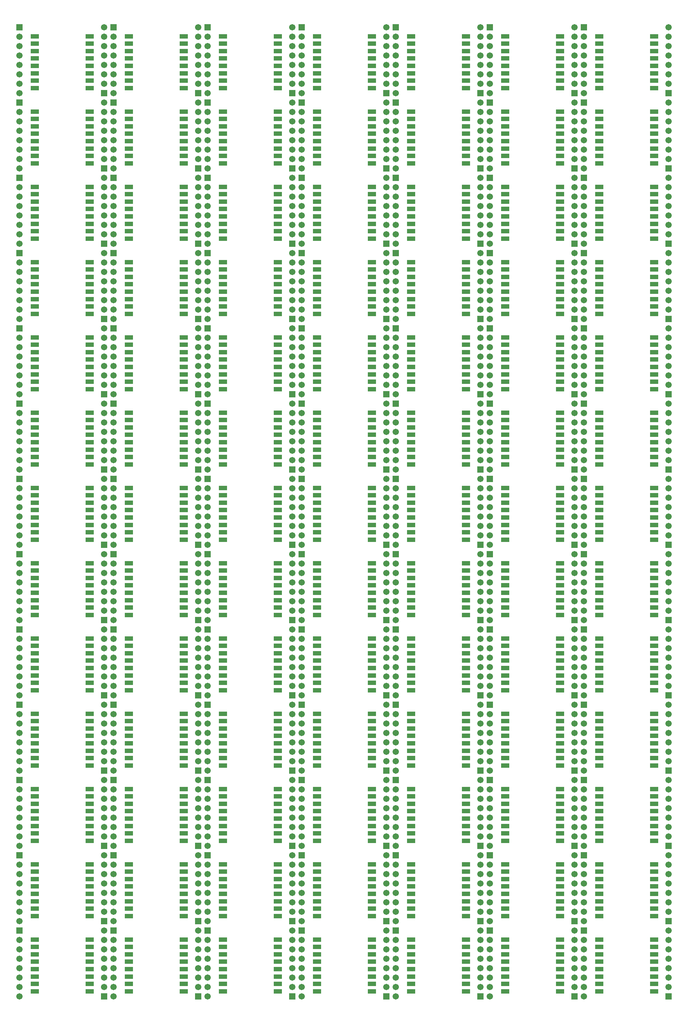
<source format=gts>
G04 Layer_Color=8388736*
%FSLAX25Y25*%
%MOIN*%
G70*
G01*
G75*
%ADD20R,0.08500X0.05000*%
%ADD21C,0.06706*%
%ADD22R,0.06706X0.06706*%
D20*
X21300Y10400D02*
D03*
Y18300D02*
D03*
Y26100D02*
D03*
Y34000D02*
D03*
Y41937D02*
D03*
Y49811D02*
D03*
Y57685D02*
D03*
Y65559D02*
D03*
X79634D02*
D03*
Y57685D02*
D03*
Y49811D02*
D03*
Y41937D02*
D03*
Y34000D02*
D03*
Y26100D02*
D03*
Y18300D02*
D03*
Y10400D02*
D03*
X79634Y90400D02*
D03*
Y98300D02*
D03*
Y106100D02*
D03*
Y114000D02*
D03*
Y121937D02*
D03*
Y129811D02*
D03*
Y137685D02*
D03*
Y145559D02*
D03*
X21300D02*
D03*
Y137685D02*
D03*
Y129811D02*
D03*
Y121937D02*
D03*
Y114000D02*
D03*
Y106100D02*
D03*
Y98300D02*
D03*
Y90400D02*
D03*
X79634Y170400D02*
D03*
Y178300D02*
D03*
Y186100D02*
D03*
Y194000D02*
D03*
Y201937D02*
D03*
Y209811D02*
D03*
Y217685D02*
D03*
Y225559D02*
D03*
X21300D02*
D03*
Y217685D02*
D03*
Y209811D02*
D03*
Y201937D02*
D03*
Y194000D02*
D03*
Y186100D02*
D03*
Y178300D02*
D03*
Y170400D02*
D03*
X79634Y250400D02*
D03*
Y258300D02*
D03*
Y266100D02*
D03*
Y274000D02*
D03*
Y281937D02*
D03*
Y289811D02*
D03*
Y297685D02*
D03*
Y305559D02*
D03*
X21300D02*
D03*
Y297685D02*
D03*
Y289811D02*
D03*
Y281937D02*
D03*
Y274000D02*
D03*
Y266100D02*
D03*
Y258300D02*
D03*
Y250400D02*
D03*
X79634Y330400D02*
D03*
Y338300D02*
D03*
Y346100D02*
D03*
Y354000D02*
D03*
Y361937D02*
D03*
Y369811D02*
D03*
Y377685D02*
D03*
Y385559D02*
D03*
X21300D02*
D03*
Y377685D02*
D03*
Y369811D02*
D03*
Y361937D02*
D03*
Y354000D02*
D03*
Y346100D02*
D03*
Y338300D02*
D03*
Y330400D02*
D03*
X79634Y410400D02*
D03*
Y418300D02*
D03*
Y426100D02*
D03*
Y434000D02*
D03*
Y441937D02*
D03*
Y449811D02*
D03*
Y457685D02*
D03*
Y465559D02*
D03*
X21300D02*
D03*
Y457685D02*
D03*
Y449811D02*
D03*
Y441937D02*
D03*
Y434000D02*
D03*
Y426100D02*
D03*
Y418300D02*
D03*
Y410400D02*
D03*
X79634Y490400D02*
D03*
Y498300D02*
D03*
Y506100D02*
D03*
Y514000D02*
D03*
Y521937D02*
D03*
Y529811D02*
D03*
Y537685D02*
D03*
Y545559D02*
D03*
X21300D02*
D03*
Y537685D02*
D03*
Y529811D02*
D03*
Y521937D02*
D03*
Y514000D02*
D03*
Y506100D02*
D03*
Y498300D02*
D03*
Y490400D02*
D03*
X79634Y570400D02*
D03*
Y578300D02*
D03*
Y586100D02*
D03*
Y594000D02*
D03*
Y601937D02*
D03*
Y609811D02*
D03*
Y617685D02*
D03*
Y625559D02*
D03*
X21300D02*
D03*
Y617685D02*
D03*
Y609811D02*
D03*
Y601937D02*
D03*
Y594000D02*
D03*
Y586100D02*
D03*
Y578300D02*
D03*
Y570400D02*
D03*
X79634Y650400D02*
D03*
Y658300D02*
D03*
Y666100D02*
D03*
Y674000D02*
D03*
Y681937D02*
D03*
Y689811D02*
D03*
Y697685D02*
D03*
Y705559D02*
D03*
X21300D02*
D03*
Y697685D02*
D03*
Y689811D02*
D03*
Y681937D02*
D03*
Y674000D02*
D03*
Y666100D02*
D03*
Y658300D02*
D03*
Y650400D02*
D03*
X79634Y730400D02*
D03*
Y738300D02*
D03*
Y746100D02*
D03*
Y754000D02*
D03*
Y761937D02*
D03*
Y769811D02*
D03*
Y777685D02*
D03*
Y785559D02*
D03*
X21300D02*
D03*
Y777685D02*
D03*
Y769811D02*
D03*
Y761937D02*
D03*
Y754000D02*
D03*
Y746100D02*
D03*
Y738300D02*
D03*
Y730400D02*
D03*
X79634Y810400D02*
D03*
Y818300D02*
D03*
Y826100D02*
D03*
Y834000D02*
D03*
Y841937D02*
D03*
Y849811D02*
D03*
Y857685D02*
D03*
Y865559D02*
D03*
X21300D02*
D03*
Y857685D02*
D03*
Y849811D02*
D03*
Y841937D02*
D03*
Y834000D02*
D03*
Y826100D02*
D03*
Y818300D02*
D03*
Y810400D02*
D03*
X79634Y890400D02*
D03*
Y898300D02*
D03*
Y906100D02*
D03*
Y914000D02*
D03*
Y921937D02*
D03*
Y929811D02*
D03*
Y937685D02*
D03*
Y945559D02*
D03*
X21300D02*
D03*
Y937685D02*
D03*
Y929811D02*
D03*
Y921937D02*
D03*
Y914000D02*
D03*
Y906100D02*
D03*
Y898300D02*
D03*
Y890400D02*
D03*
X79634Y970400D02*
D03*
Y978300D02*
D03*
Y986100D02*
D03*
Y994000D02*
D03*
Y1001937D02*
D03*
Y1009811D02*
D03*
Y1017685D02*
D03*
Y1025559D02*
D03*
X21300D02*
D03*
Y1017685D02*
D03*
Y1009811D02*
D03*
Y1001937D02*
D03*
Y994000D02*
D03*
Y986100D02*
D03*
Y978300D02*
D03*
Y970400D02*
D03*
X179634Y10400D02*
D03*
Y18300D02*
D03*
Y26100D02*
D03*
Y34000D02*
D03*
Y41937D02*
D03*
Y49811D02*
D03*
Y57685D02*
D03*
Y65559D02*
D03*
X121300D02*
D03*
Y57685D02*
D03*
Y49811D02*
D03*
Y41937D02*
D03*
Y34000D02*
D03*
Y26100D02*
D03*
Y18300D02*
D03*
Y10400D02*
D03*
X121300Y90400D02*
D03*
Y98300D02*
D03*
Y106100D02*
D03*
Y114000D02*
D03*
Y121937D02*
D03*
Y129811D02*
D03*
Y137685D02*
D03*
Y145559D02*
D03*
X179634D02*
D03*
Y137685D02*
D03*
Y129811D02*
D03*
Y121937D02*
D03*
Y114000D02*
D03*
Y106100D02*
D03*
Y98300D02*
D03*
Y90400D02*
D03*
X121300Y170400D02*
D03*
Y178300D02*
D03*
Y186100D02*
D03*
Y194000D02*
D03*
Y201937D02*
D03*
Y209811D02*
D03*
Y217685D02*
D03*
Y225559D02*
D03*
X179634D02*
D03*
Y217685D02*
D03*
Y209811D02*
D03*
Y201937D02*
D03*
Y194000D02*
D03*
Y186100D02*
D03*
Y178300D02*
D03*
Y170400D02*
D03*
X121300Y250400D02*
D03*
Y258300D02*
D03*
Y266100D02*
D03*
Y274000D02*
D03*
Y281937D02*
D03*
Y289811D02*
D03*
Y297685D02*
D03*
Y305559D02*
D03*
X179634D02*
D03*
Y297685D02*
D03*
Y289811D02*
D03*
Y281937D02*
D03*
Y274000D02*
D03*
Y266100D02*
D03*
Y258300D02*
D03*
Y250400D02*
D03*
X121300Y330400D02*
D03*
Y338300D02*
D03*
Y346100D02*
D03*
Y354000D02*
D03*
Y361937D02*
D03*
Y369811D02*
D03*
Y377685D02*
D03*
Y385559D02*
D03*
X179634D02*
D03*
Y377685D02*
D03*
Y369811D02*
D03*
Y361937D02*
D03*
Y354000D02*
D03*
Y346100D02*
D03*
Y338300D02*
D03*
Y330400D02*
D03*
X121300Y410400D02*
D03*
Y418300D02*
D03*
Y426100D02*
D03*
Y434000D02*
D03*
Y441937D02*
D03*
Y449811D02*
D03*
Y457685D02*
D03*
Y465559D02*
D03*
X179634D02*
D03*
Y457685D02*
D03*
Y449811D02*
D03*
Y441937D02*
D03*
Y434000D02*
D03*
Y426100D02*
D03*
Y418300D02*
D03*
Y410400D02*
D03*
X121300Y490400D02*
D03*
Y498300D02*
D03*
Y506100D02*
D03*
Y514000D02*
D03*
Y521937D02*
D03*
Y529811D02*
D03*
Y537685D02*
D03*
Y545559D02*
D03*
X179634D02*
D03*
Y537685D02*
D03*
Y529811D02*
D03*
Y521937D02*
D03*
Y514000D02*
D03*
Y506100D02*
D03*
Y498300D02*
D03*
Y490400D02*
D03*
X121300Y570400D02*
D03*
Y578300D02*
D03*
Y586100D02*
D03*
Y594000D02*
D03*
Y601937D02*
D03*
Y609811D02*
D03*
Y617685D02*
D03*
Y625559D02*
D03*
X179634D02*
D03*
Y617685D02*
D03*
Y609811D02*
D03*
Y601937D02*
D03*
Y594000D02*
D03*
Y586100D02*
D03*
Y578300D02*
D03*
Y570400D02*
D03*
X121300Y650400D02*
D03*
Y658300D02*
D03*
Y666100D02*
D03*
Y674000D02*
D03*
Y681937D02*
D03*
Y689811D02*
D03*
Y697685D02*
D03*
Y705559D02*
D03*
X179634D02*
D03*
Y697685D02*
D03*
Y689811D02*
D03*
Y681937D02*
D03*
Y674000D02*
D03*
Y666100D02*
D03*
Y658300D02*
D03*
Y650400D02*
D03*
X121300Y730400D02*
D03*
Y738300D02*
D03*
Y746100D02*
D03*
Y754000D02*
D03*
Y761937D02*
D03*
Y769811D02*
D03*
Y777685D02*
D03*
Y785559D02*
D03*
X179634D02*
D03*
Y777685D02*
D03*
Y769811D02*
D03*
Y761937D02*
D03*
Y754000D02*
D03*
Y746100D02*
D03*
Y738300D02*
D03*
Y730400D02*
D03*
X121300Y810400D02*
D03*
Y818300D02*
D03*
Y826100D02*
D03*
Y834000D02*
D03*
Y841937D02*
D03*
Y849811D02*
D03*
Y857685D02*
D03*
Y865559D02*
D03*
X179634D02*
D03*
Y857685D02*
D03*
Y849811D02*
D03*
Y841937D02*
D03*
Y834000D02*
D03*
Y826100D02*
D03*
Y818300D02*
D03*
Y810400D02*
D03*
X121300Y890400D02*
D03*
Y898300D02*
D03*
Y906100D02*
D03*
Y914000D02*
D03*
Y921937D02*
D03*
Y929811D02*
D03*
Y937685D02*
D03*
Y945559D02*
D03*
X179634D02*
D03*
Y937685D02*
D03*
Y929811D02*
D03*
Y921937D02*
D03*
Y914000D02*
D03*
Y906100D02*
D03*
Y898300D02*
D03*
Y890400D02*
D03*
X121300Y970400D02*
D03*
Y978300D02*
D03*
Y986100D02*
D03*
Y994000D02*
D03*
Y1001937D02*
D03*
Y1009811D02*
D03*
Y1017685D02*
D03*
Y1025559D02*
D03*
X179634D02*
D03*
Y1017685D02*
D03*
Y1009811D02*
D03*
Y1001937D02*
D03*
Y994000D02*
D03*
Y986100D02*
D03*
Y978300D02*
D03*
Y970400D02*
D03*
X279634Y10400D02*
D03*
Y18300D02*
D03*
Y26100D02*
D03*
Y34000D02*
D03*
Y41937D02*
D03*
Y49811D02*
D03*
Y57685D02*
D03*
Y65559D02*
D03*
X221300D02*
D03*
Y57685D02*
D03*
Y49811D02*
D03*
Y41937D02*
D03*
Y34000D02*
D03*
Y26100D02*
D03*
Y18300D02*
D03*
Y10400D02*
D03*
X221300Y90400D02*
D03*
Y98300D02*
D03*
Y106100D02*
D03*
Y114000D02*
D03*
Y121937D02*
D03*
Y129811D02*
D03*
Y137685D02*
D03*
Y145559D02*
D03*
X279634D02*
D03*
Y137685D02*
D03*
Y129811D02*
D03*
Y121937D02*
D03*
Y114000D02*
D03*
Y106100D02*
D03*
Y98300D02*
D03*
Y90400D02*
D03*
X221300Y170400D02*
D03*
Y178300D02*
D03*
Y186100D02*
D03*
Y194000D02*
D03*
Y201937D02*
D03*
Y209811D02*
D03*
Y217685D02*
D03*
Y225559D02*
D03*
X279634D02*
D03*
Y217685D02*
D03*
Y209811D02*
D03*
Y201937D02*
D03*
Y194000D02*
D03*
Y186100D02*
D03*
Y178300D02*
D03*
Y170400D02*
D03*
X221300Y250400D02*
D03*
Y258300D02*
D03*
Y266100D02*
D03*
Y274000D02*
D03*
Y281937D02*
D03*
Y289811D02*
D03*
Y297685D02*
D03*
Y305559D02*
D03*
X279634D02*
D03*
Y297685D02*
D03*
Y289811D02*
D03*
Y281937D02*
D03*
Y274000D02*
D03*
Y266100D02*
D03*
Y258300D02*
D03*
Y250400D02*
D03*
X221300Y330400D02*
D03*
Y338300D02*
D03*
Y346100D02*
D03*
Y354000D02*
D03*
Y361937D02*
D03*
Y369811D02*
D03*
Y377685D02*
D03*
Y385559D02*
D03*
X279634D02*
D03*
Y377685D02*
D03*
Y369811D02*
D03*
Y361937D02*
D03*
Y354000D02*
D03*
Y346100D02*
D03*
Y338300D02*
D03*
Y330400D02*
D03*
X221300Y410400D02*
D03*
Y418300D02*
D03*
Y426100D02*
D03*
Y434000D02*
D03*
Y441937D02*
D03*
Y449811D02*
D03*
Y457685D02*
D03*
Y465559D02*
D03*
X279634D02*
D03*
Y457685D02*
D03*
Y449811D02*
D03*
Y441937D02*
D03*
Y434000D02*
D03*
Y426100D02*
D03*
Y418300D02*
D03*
Y410400D02*
D03*
X221300Y490400D02*
D03*
Y498300D02*
D03*
Y506100D02*
D03*
Y514000D02*
D03*
Y521937D02*
D03*
Y529811D02*
D03*
Y537685D02*
D03*
Y545559D02*
D03*
X279634D02*
D03*
Y537685D02*
D03*
Y529811D02*
D03*
Y521937D02*
D03*
Y514000D02*
D03*
Y506100D02*
D03*
Y498300D02*
D03*
Y490400D02*
D03*
X221300Y570400D02*
D03*
Y578300D02*
D03*
Y586100D02*
D03*
Y594000D02*
D03*
Y601937D02*
D03*
Y609811D02*
D03*
Y617685D02*
D03*
Y625559D02*
D03*
X279634D02*
D03*
Y617685D02*
D03*
Y609811D02*
D03*
Y601937D02*
D03*
Y594000D02*
D03*
Y586100D02*
D03*
Y578300D02*
D03*
Y570400D02*
D03*
X221300Y650400D02*
D03*
Y658300D02*
D03*
Y666100D02*
D03*
Y674000D02*
D03*
Y681937D02*
D03*
Y689811D02*
D03*
Y697685D02*
D03*
Y705559D02*
D03*
X279634D02*
D03*
Y697685D02*
D03*
Y689811D02*
D03*
Y681937D02*
D03*
Y674000D02*
D03*
Y666100D02*
D03*
Y658300D02*
D03*
Y650400D02*
D03*
X221300Y730400D02*
D03*
Y738300D02*
D03*
Y746100D02*
D03*
Y754000D02*
D03*
Y761937D02*
D03*
Y769811D02*
D03*
Y777685D02*
D03*
Y785559D02*
D03*
X279634D02*
D03*
Y777685D02*
D03*
Y769811D02*
D03*
Y761937D02*
D03*
Y754000D02*
D03*
Y746100D02*
D03*
Y738300D02*
D03*
Y730400D02*
D03*
X221300Y810400D02*
D03*
Y818300D02*
D03*
Y826100D02*
D03*
Y834000D02*
D03*
Y841937D02*
D03*
Y849811D02*
D03*
Y857685D02*
D03*
Y865559D02*
D03*
X279634D02*
D03*
Y857685D02*
D03*
Y849811D02*
D03*
Y841937D02*
D03*
Y834000D02*
D03*
Y826100D02*
D03*
Y818300D02*
D03*
Y810400D02*
D03*
X221300Y890400D02*
D03*
Y898300D02*
D03*
Y906100D02*
D03*
Y914000D02*
D03*
Y921937D02*
D03*
Y929811D02*
D03*
Y937685D02*
D03*
Y945559D02*
D03*
X279634D02*
D03*
Y937685D02*
D03*
Y929811D02*
D03*
Y921937D02*
D03*
Y914000D02*
D03*
Y906100D02*
D03*
Y898300D02*
D03*
Y890400D02*
D03*
X221300Y970400D02*
D03*
Y978300D02*
D03*
Y986100D02*
D03*
Y994000D02*
D03*
Y1001937D02*
D03*
Y1009811D02*
D03*
Y1017685D02*
D03*
Y1025559D02*
D03*
X279634D02*
D03*
Y1017685D02*
D03*
Y1009811D02*
D03*
Y1001937D02*
D03*
Y994000D02*
D03*
Y986100D02*
D03*
Y978300D02*
D03*
Y970400D02*
D03*
X321300Y10400D02*
D03*
Y18300D02*
D03*
Y26100D02*
D03*
Y34000D02*
D03*
Y41937D02*
D03*
Y49811D02*
D03*
Y57685D02*
D03*
Y65559D02*
D03*
X379634D02*
D03*
Y57685D02*
D03*
Y49811D02*
D03*
Y41937D02*
D03*
Y34000D02*
D03*
Y26100D02*
D03*
Y18300D02*
D03*
Y10400D02*
D03*
X379634Y90400D02*
D03*
Y98300D02*
D03*
Y106100D02*
D03*
Y114000D02*
D03*
Y121937D02*
D03*
Y129811D02*
D03*
Y137685D02*
D03*
Y145559D02*
D03*
X321300D02*
D03*
Y137685D02*
D03*
Y129811D02*
D03*
Y121937D02*
D03*
Y114000D02*
D03*
Y106100D02*
D03*
Y98300D02*
D03*
Y90400D02*
D03*
X379634Y170400D02*
D03*
Y178300D02*
D03*
Y186100D02*
D03*
Y194000D02*
D03*
Y201937D02*
D03*
Y209811D02*
D03*
Y217685D02*
D03*
Y225559D02*
D03*
X321300D02*
D03*
Y217685D02*
D03*
Y209811D02*
D03*
Y201937D02*
D03*
Y194000D02*
D03*
Y186100D02*
D03*
Y178300D02*
D03*
Y170400D02*
D03*
X379634Y250400D02*
D03*
Y258300D02*
D03*
Y266100D02*
D03*
Y274000D02*
D03*
Y281937D02*
D03*
Y289811D02*
D03*
Y297685D02*
D03*
Y305559D02*
D03*
X321300D02*
D03*
Y297685D02*
D03*
Y289811D02*
D03*
Y281937D02*
D03*
Y274000D02*
D03*
Y266100D02*
D03*
Y258300D02*
D03*
Y250400D02*
D03*
X379634Y330400D02*
D03*
Y338300D02*
D03*
Y346100D02*
D03*
Y354000D02*
D03*
Y361937D02*
D03*
Y369811D02*
D03*
Y377685D02*
D03*
Y385559D02*
D03*
X321300D02*
D03*
Y377685D02*
D03*
Y369811D02*
D03*
Y361937D02*
D03*
Y354000D02*
D03*
Y346100D02*
D03*
Y338300D02*
D03*
Y330400D02*
D03*
X379634Y410400D02*
D03*
Y418300D02*
D03*
Y426100D02*
D03*
Y434000D02*
D03*
Y441937D02*
D03*
Y449811D02*
D03*
Y457685D02*
D03*
Y465559D02*
D03*
X321300D02*
D03*
Y457685D02*
D03*
Y449811D02*
D03*
Y441937D02*
D03*
Y434000D02*
D03*
Y426100D02*
D03*
Y418300D02*
D03*
Y410400D02*
D03*
X379634Y490400D02*
D03*
Y498300D02*
D03*
Y506100D02*
D03*
Y514000D02*
D03*
Y521937D02*
D03*
Y529811D02*
D03*
Y537685D02*
D03*
Y545559D02*
D03*
X321300D02*
D03*
Y537685D02*
D03*
Y529811D02*
D03*
Y521937D02*
D03*
Y514000D02*
D03*
Y506100D02*
D03*
Y498300D02*
D03*
Y490400D02*
D03*
X379634Y570400D02*
D03*
Y578300D02*
D03*
Y586100D02*
D03*
Y594000D02*
D03*
Y601937D02*
D03*
Y609811D02*
D03*
Y617685D02*
D03*
Y625559D02*
D03*
X321300D02*
D03*
Y617685D02*
D03*
Y609811D02*
D03*
Y601937D02*
D03*
Y594000D02*
D03*
Y586100D02*
D03*
Y578300D02*
D03*
Y570400D02*
D03*
X379634Y650400D02*
D03*
Y658300D02*
D03*
Y666100D02*
D03*
Y674000D02*
D03*
Y681937D02*
D03*
Y689811D02*
D03*
Y697685D02*
D03*
Y705559D02*
D03*
X321300D02*
D03*
Y697685D02*
D03*
Y689811D02*
D03*
Y681937D02*
D03*
Y674000D02*
D03*
Y666100D02*
D03*
Y658300D02*
D03*
Y650400D02*
D03*
X379634Y730400D02*
D03*
Y738300D02*
D03*
Y746100D02*
D03*
Y754000D02*
D03*
Y761937D02*
D03*
Y769811D02*
D03*
Y777685D02*
D03*
Y785559D02*
D03*
X321300D02*
D03*
Y777685D02*
D03*
Y769811D02*
D03*
Y761937D02*
D03*
Y754000D02*
D03*
Y746100D02*
D03*
Y738300D02*
D03*
Y730400D02*
D03*
X379634Y810400D02*
D03*
Y818300D02*
D03*
Y826100D02*
D03*
Y834000D02*
D03*
Y841937D02*
D03*
Y849811D02*
D03*
Y857685D02*
D03*
Y865559D02*
D03*
X321300D02*
D03*
Y857685D02*
D03*
Y849811D02*
D03*
Y841937D02*
D03*
Y834000D02*
D03*
Y826100D02*
D03*
Y818300D02*
D03*
Y810400D02*
D03*
X379634Y890400D02*
D03*
Y898300D02*
D03*
Y906100D02*
D03*
Y914000D02*
D03*
Y921937D02*
D03*
Y929811D02*
D03*
Y937685D02*
D03*
Y945559D02*
D03*
X321300D02*
D03*
Y937685D02*
D03*
Y929811D02*
D03*
Y921937D02*
D03*
Y914000D02*
D03*
Y906100D02*
D03*
Y898300D02*
D03*
Y890400D02*
D03*
X379634Y970400D02*
D03*
Y978300D02*
D03*
Y986100D02*
D03*
Y994000D02*
D03*
Y1001937D02*
D03*
Y1009811D02*
D03*
Y1017685D02*
D03*
Y1025559D02*
D03*
X321300D02*
D03*
Y1017685D02*
D03*
Y1009811D02*
D03*
Y1001937D02*
D03*
Y994000D02*
D03*
Y986100D02*
D03*
Y978300D02*
D03*
Y970400D02*
D03*
X479634Y10400D02*
D03*
Y18300D02*
D03*
Y26100D02*
D03*
Y34000D02*
D03*
Y41937D02*
D03*
Y49811D02*
D03*
Y57685D02*
D03*
Y65559D02*
D03*
X421300D02*
D03*
Y57685D02*
D03*
Y49811D02*
D03*
Y41937D02*
D03*
Y34000D02*
D03*
Y26100D02*
D03*
Y18300D02*
D03*
Y10400D02*
D03*
X421300Y90400D02*
D03*
Y98300D02*
D03*
Y106100D02*
D03*
Y114000D02*
D03*
Y121937D02*
D03*
Y129811D02*
D03*
Y137685D02*
D03*
Y145559D02*
D03*
X479634D02*
D03*
Y137685D02*
D03*
Y129811D02*
D03*
Y121937D02*
D03*
Y114000D02*
D03*
Y106100D02*
D03*
Y98300D02*
D03*
Y90400D02*
D03*
X421300Y170400D02*
D03*
Y178300D02*
D03*
Y186100D02*
D03*
Y194000D02*
D03*
Y201937D02*
D03*
Y209811D02*
D03*
Y217685D02*
D03*
Y225559D02*
D03*
X479634D02*
D03*
Y217685D02*
D03*
Y209811D02*
D03*
Y201937D02*
D03*
Y194000D02*
D03*
Y186100D02*
D03*
Y178300D02*
D03*
Y170400D02*
D03*
X421300Y250400D02*
D03*
Y258300D02*
D03*
Y266100D02*
D03*
Y274000D02*
D03*
Y281937D02*
D03*
Y289811D02*
D03*
Y297685D02*
D03*
Y305559D02*
D03*
X479634D02*
D03*
Y297685D02*
D03*
Y289811D02*
D03*
Y281937D02*
D03*
Y274000D02*
D03*
Y266100D02*
D03*
Y258300D02*
D03*
Y250400D02*
D03*
X421300Y330400D02*
D03*
Y338300D02*
D03*
Y346100D02*
D03*
Y354000D02*
D03*
Y361937D02*
D03*
Y369811D02*
D03*
Y377685D02*
D03*
Y385559D02*
D03*
X479634D02*
D03*
Y377685D02*
D03*
Y369811D02*
D03*
Y361937D02*
D03*
Y354000D02*
D03*
Y346100D02*
D03*
Y338300D02*
D03*
Y330400D02*
D03*
X421300Y410400D02*
D03*
Y418300D02*
D03*
Y426100D02*
D03*
Y434000D02*
D03*
Y441937D02*
D03*
Y449811D02*
D03*
Y457685D02*
D03*
Y465559D02*
D03*
X479634D02*
D03*
Y457685D02*
D03*
Y449811D02*
D03*
Y441937D02*
D03*
Y434000D02*
D03*
Y426100D02*
D03*
Y418300D02*
D03*
Y410400D02*
D03*
X421300Y490400D02*
D03*
Y498300D02*
D03*
Y506100D02*
D03*
Y514000D02*
D03*
Y521937D02*
D03*
Y529811D02*
D03*
Y537685D02*
D03*
Y545559D02*
D03*
X479634D02*
D03*
Y537685D02*
D03*
Y529811D02*
D03*
Y521937D02*
D03*
Y514000D02*
D03*
Y506100D02*
D03*
Y498300D02*
D03*
Y490400D02*
D03*
X421300Y570400D02*
D03*
Y578300D02*
D03*
Y586100D02*
D03*
Y594000D02*
D03*
Y601937D02*
D03*
Y609811D02*
D03*
Y617685D02*
D03*
Y625559D02*
D03*
X479634D02*
D03*
Y617685D02*
D03*
Y609811D02*
D03*
Y601937D02*
D03*
Y594000D02*
D03*
Y586100D02*
D03*
Y578300D02*
D03*
Y570400D02*
D03*
X421300Y650400D02*
D03*
Y658300D02*
D03*
Y666100D02*
D03*
Y674000D02*
D03*
Y681937D02*
D03*
Y689811D02*
D03*
Y697685D02*
D03*
Y705559D02*
D03*
X479634D02*
D03*
Y697685D02*
D03*
Y689811D02*
D03*
Y681937D02*
D03*
Y674000D02*
D03*
Y666100D02*
D03*
Y658300D02*
D03*
Y650400D02*
D03*
X421300Y730400D02*
D03*
Y738300D02*
D03*
Y746100D02*
D03*
Y754000D02*
D03*
Y761937D02*
D03*
Y769811D02*
D03*
Y777685D02*
D03*
Y785559D02*
D03*
X479634D02*
D03*
Y777685D02*
D03*
Y769811D02*
D03*
Y761937D02*
D03*
Y754000D02*
D03*
Y746100D02*
D03*
Y738300D02*
D03*
Y730400D02*
D03*
X421300Y810400D02*
D03*
Y818300D02*
D03*
Y826100D02*
D03*
Y834000D02*
D03*
Y841937D02*
D03*
Y849811D02*
D03*
Y857685D02*
D03*
Y865559D02*
D03*
X479634D02*
D03*
Y857685D02*
D03*
Y849811D02*
D03*
Y841937D02*
D03*
Y834000D02*
D03*
Y826100D02*
D03*
Y818300D02*
D03*
Y810400D02*
D03*
X421300Y890400D02*
D03*
Y898300D02*
D03*
Y906100D02*
D03*
Y914000D02*
D03*
Y921937D02*
D03*
Y929811D02*
D03*
Y937685D02*
D03*
Y945559D02*
D03*
X479634D02*
D03*
Y937685D02*
D03*
Y929811D02*
D03*
Y921937D02*
D03*
Y914000D02*
D03*
Y906100D02*
D03*
Y898300D02*
D03*
Y890400D02*
D03*
X421300Y970400D02*
D03*
Y978300D02*
D03*
Y986100D02*
D03*
Y994000D02*
D03*
Y1001937D02*
D03*
Y1009811D02*
D03*
Y1017685D02*
D03*
Y1025559D02*
D03*
X479634D02*
D03*
Y1017685D02*
D03*
Y1009811D02*
D03*
Y1001937D02*
D03*
Y994000D02*
D03*
Y986100D02*
D03*
Y978300D02*
D03*
Y970400D02*
D03*
X521300Y10400D02*
D03*
Y18300D02*
D03*
Y26100D02*
D03*
Y34000D02*
D03*
Y41937D02*
D03*
Y49811D02*
D03*
Y57685D02*
D03*
Y65559D02*
D03*
X579634D02*
D03*
Y57685D02*
D03*
Y49811D02*
D03*
Y41937D02*
D03*
Y34000D02*
D03*
Y26100D02*
D03*
Y18300D02*
D03*
Y10400D02*
D03*
X579634Y90400D02*
D03*
Y98300D02*
D03*
Y106100D02*
D03*
Y114000D02*
D03*
Y121937D02*
D03*
Y129811D02*
D03*
Y137685D02*
D03*
Y145559D02*
D03*
X521300D02*
D03*
Y137685D02*
D03*
Y129811D02*
D03*
Y121937D02*
D03*
Y114000D02*
D03*
Y106100D02*
D03*
Y98300D02*
D03*
Y90400D02*
D03*
X579634Y170400D02*
D03*
Y178300D02*
D03*
Y186100D02*
D03*
Y194000D02*
D03*
Y201937D02*
D03*
Y209811D02*
D03*
Y217685D02*
D03*
Y225559D02*
D03*
X521300D02*
D03*
Y217685D02*
D03*
Y209811D02*
D03*
Y201937D02*
D03*
Y194000D02*
D03*
Y186100D02*
D03*
Y178300D02*
D03*
Y170400D02*
D03*
X579634Y250400D02*
D03*
Y258300D02*
D03*
Y266100D02*
D03*
Y274000D02*
D03*
Y281937D02*
D03*
Y289811D02*
D03*
Y297685D02*
D03*
Y305559D02*
D03*
X521300D02*
D03*
Y297685D02*
D03*
Y289811D02*
D03*
Y281937D02*
D03*
Y274000D02*
D03*
Y266100D02*
D03*
Y258300D02*
D03*
Y250400D02*
D03*
X579634Y330400D02*
D03*
Y338300D02*
D03*
Y346100D02*
D03*
Y354000D02*
D03*
Y361937D02*
D03*
Y369811D02*
D03*
Y377685D02*
D03*
Y385559D02*
D03*
X521300D02*
D03*
Y377685D02*
D03*
Y369811D02*
D03*
Y361937D02*
D03*
Y354000D02*
D03*
Y346100D02*
D03*
Y338300D02*
D03*
Y330400D02*
D03*
X579634Y410400D02*
D03*
Y418300D02*
D03*
Y426100D02*
D03*
Y434000D02*
D03*
Y441937D02*
D03*
Y449811D02*
D03*
Y457685D02*
D03*
Y465559D02*
D03*
X521300D02*
D03*
Y457685D02*
D03*
Y449811D02*
D03*
Y441937D02*
D03*
Y434000D02*
D03*
Y426100D02*
D03*
Y418300D02*
D03*
Y410400D02*
D03*
X579634Y490400D02*
D03*
Y498300D02*
D03*
Y506100D02*
D03*
Y514000D02*
D03*
Y521937D02*
D03*
Y529811D02*
D03*
Y537685D02*
D03*
Y545559D02*
D03*
X521300D02*
D03*
Y537685D02*
D03*
Y529811D02*
D03*
Y521937D02*
D03*
Y514000D02*
D03*
Y506100D02*
D03*
Y498300D02*
D03*
Y490400D02*
D03*
X579634Y570400D02*
D03*
Y578300D02*
D03*
Y586100D02*
D03*
Y594000D02*
D03*
Y601937D02*
D03*
Y609811D02*
D03*
Y617685D02*
D03*
Y625559D02*
D03*
X521300D02*
D03*
Y617685D02*
D03*
Y609811D02*
D03*
Y601937D02*
D03*
Y594000D02*
D03*
Y586100D02*
D03*
Y578300D02*
D03*
Y570400D02*
D03*
X579634Y650400D02*
D03*
Y658300D02*
D03*
Y666100D02*
D03*
Y674000D02*
D03*
Y681937D02*
D03*
Y689811D02*
D03*
Y697685D02*
D03*
Y705559D02*
D03*
X521300D02*
D03*
Y697685D02*
D03*
Y689811D02*
D03*
Y681937D02*
D03*
Y674000D02*
D03*
Y666100D02*
D03*
Y658300D02*
D03*
Y650400D02*
D03*
X579634Y730400D02*
D03*
Y738300D02*
D03*
Y746100D02*
D03*
Y754000D02*
D03*
Y761937D02*
D03*
Y769811D02*
D03*
Y777685D02*
D03*
Y785559D02*
D03*
X521300D02*
D03*
Y777685D02*
D03*
Y769811D02*
D03*
Y761937D02*
D03*
Y754000D02*
D03*
Y746100D02*
D03*
Y738300D02*
D03*
Y730400D02*
D03*
X579634Y810400D02*
D03*
Y818300D02*
D03*
Y826100D02*
D03*
Y834000D02*
D03*
Y841937D02*
D03*
Y849811D02*
D03*
Y857685D02*
D03*
Y865559D02*
D03*
X521300D02*
D03*
Y857685D02*
D03*
Y849811D02*
D03*
Y841937D02*
D03*
Y834000D02*
D03*
Y826100D02*
D03*
Y818300D02*
D03*
Y810400D02*
D03*
X579634Y890400D02*
D03*
Y898300D02*
D03*
Y906100D02*
D03*
Y914000D02*
D03*
Y921937D02*
D03*
Y929811D02*
D03*
Y937685D02*
D03*
Y945559D02*
D03*
X521300D02*
D03*
Y937685D02*
D03*
Y929811D02*
D03*
Y921937D02*
D03*
Y914000D02*
D03*
Y906100D02*
D03*
Y898300D02*
D03*
Y890400D02*
D03*
X579634Y970400D02*
D03*
Y978300D02*
D03*
Y986100D02*
D03*
Y994000D02*
D03*
Y1001937D02*
D03*
Y1009811D02*
D03*
Y1017685D02*
D03*
Y1025559D02*
D03*
X521300D02*
D03*
Y1017685D02*
D03*
Y1009811D02*
D03*
Y1001937D02*
D03*
Y994000D02*
D03*
Y986100D02*
D03*
Y978300D02*
D03*
Y970400D02*
D03*
X679634Y10400D02*
D03*
Y18300D02*
D03*
Y26100D02*
D03*
Y34000D02*
D03*
Y41937D02*
D03*
Y49811D02*
D03*
Y57685D02*
D03*
Y65559D02*
D03*
X621300D02*
D03*
Y57685D02*
D03*
Y49811D02*
D03*
Y41937D02*
D03*
Y34000D02*
D03*
Y26100D02*
D03*
Y18300D02*
D03*
Y10400D02*
D03*
X621300Y90400D02*
D03*
Y98300D02*
D03*
Y106100D02*
D03*
Y114000D02*
D03*
Y121937D02*
D03*
Y129811D02*
D03*
Y137685D02*
D03*
Y145559D02*
D03*
X679634D02*
D03*
Y137685D02*
D03*
Y129811D02*
D03*
Y121937D02*
D03*
Y114000D02*
D03*
Y106100D02*
D03*
Y98300D02*
D03*
Y90400D02*
D03*
X621300Y170400D02*
D03*
Y178300D02*
D03*
Y186100D02*
D03*
Y194000D02*
D03*
Y201937D02*
D03*
Y209811D02*
D03*
Y217685D02*
D03*
Y225559D02*
D03*
X679634D02*
D03*
Y217685D02*
D03*
Y209811D02*
D03*
Y201937D02*
D03*
Y194000D02*
D03*
Y186100D02*
D03*
Y178300D02*
D03*
Y170400D02*
D03*
X621300Y250400D02*
D03*
Y258300D02*
D03*
Y266100D02*
D03*
Y274000D02*
D03*
Y281937D02*
D03*
Y289811D02*
D03*
Y297685D02*
D03*
Y305559D02*
D03*
X679634D02*
D03*
Y297685D02*
D03*
Y289811D02*
D03*
Y281937D02*
D03*
Y274000D02*
D03*
Y266100D02*
D03*
Y258300D02*
D03*
Y250400D02*
D03*
X621300Y330400D02*
D03*
Y338300D02*
D03*
Y346100D02*
D03*
Y354000D02*
D03*
Y361937D02*
D03*
Y369811D02*
D03*
Y377685D02*
D03*
Y385559D02*
D03*
X679634D02*
D03*
Y377685D02*
D03*
Y369811D02*
D03*
Y361937D02*
D03*
Y354000D02*
D03*
Y346100D02*
D03*
Y338300D02*
D03*
Y330400D02*
D03*
X621300Y410400D02*
D03*
Y418300D02*
D03*
Y426100D02*
D03*
Y434000D02*
D03*
Y441937D02*
D03*
Y449811D02*
D03*
Y457685D02*
D03*
Y465559D02*
D03*
X679634D02*
D03*
Y457685D02*
D03*
Y449811D02*
D03*
Y441937D02*
D03*
Y434000D02*
D03*
Y426100D02*
D03*
Y418300D02*
D03*
Y410400D02*
D03*
X621300Y490400D02*
D03*
Y498300D02*
D03*
Y506100D02*
D03*
Y514000D02*
D03*
Y521937D02*
D03*
Y529811D02*
D03*
Y537685D02*
D03*
Y545559D02*
D03*
X679634D02*
D03*
Y537685D02*
D03*
Y529811D02*
D03*
Y521937D02*
D03*
Y514000D02*
D03*
Y506100D02*
D03*
Y498300D02*
D03*
Y490400D02*
D03*
X621300Y570400D02*
D03*
Y578300D02*
D03*
Y586100D02*
D03*
Y594000D02*
D03*
Y601937D02*
D03*
Y609811D02*
D03*
Y617685D02*
D03*
Y625559D02*
D03*
X679634D02*
D03*
Y617685D02*
D03*
Y609811D02*
D03*
Y601937D02*
D03*
Y594000D02*
D03*
Y586100D02*
D03*
Y578300D02*
D03*
Y570400D02*
D03*
X621300Y650400D02*
D03*
Y658300D02*
D03*
Y666100D02*
D03*
Y674000D02*
D03*
Y681937D02*
D03*
Y689811D02*
D03*
Y697685D02*
D03*
Y705559D02*
D03*
X679634D02*
D03*
Y697685D02*
D03*
Y689811D02*
D03*
Y681937D02*
D03*
Y674000D02*
D03*
Y666100D02*
D03*
Y658300D02*
D03*
Y650400D02*
D03*
X621300Y730400D02*
D03*
Y738300D02*
D03*
Y746100D02*
D03*
Y754000D02*
D03*
Y761937D02*
D03*
Y769811D02*
D03*
Y777685D02*
D03*
Y785559D02*
D03*
X679634D02*
D03*
Y777685D02*
D03*
Y769811D02*
D03*
Y761937D02*
D03*
Y754000D02*
D03*
Y746100D02*
D03*
Y738300D02*
D03*
Y730400D02*
D03*
X621300Y810400D02*
D03*
Y818300D02*
D03*
Y826100D02*
D03*
Y834000D02*
D03*
Y841937D02*
D03*
Y849811D02*
D03*
Y857685D02*
D03*
Y865559D02*
D03*
X679634D02*
D03*
Y857685D02*
D03*
Y849811D02*
D03*
Y841937D02*
D03*
Y834000D02*
D03*
Y826100D02*
D03*
Y818300D02*
D03*
Y810400D02*
D03*
X621300Y890400D02*
D03*
Y898300D02*
D03*
Y906100D02*
D03*
Y914000D02*
D03*
Y921937D02*
D03*
Y929811D02*
D03*
Y937685D02*
D03*
Y945559D02*
D03*
X679634D02*
D03*
Y937685D02*
D03*
Y929811D02*
D03*
Y921937D02*
D03*
Y914000D02*
D03*
Y906100D02*
D03*
Y898300D02*
D03*
Y890400D02*
D03*
X621300Y970400D02*
D03*
Y978300D02*
D03*
Y986100D02*
D03*
Y994000D02*
D03*
Y1001937D02*
D03*
Y1009811D02*
D03*
Y1017685D02*
D03*
Y1025559D02*
D03*
X679634D02*
D03*
Y1017685D02*
D03*
Y1009811D02*
D03*
Y1001937D02*
D03*
Y994000D02*
D03*
Y986100D02*
D03*
Y978300D02*
D03*
Y970400D02*
D03*
D21*
X5000Y5000D02*
D03*
Y15000D02*
D03*
Y25000D02*
D03*
Y35000D02*
D03*
Y45000D02*
D03*
Y55000D02*
D03*
Y65000D02*
D03*
X95000Y75000D02*
D03*
Y65000D02*
D03*
Y55000D02*
D03*
Y45000D02*
D03*
Y35000D02*
D03*
Y25000D02*
D03*
Y15000D02*
D03*
X5000Y145000D02*
D03*
Y135000D02*
D03*
Y125000D02*
D03*
Y115000D02*
D03*
Y105000D02*
D03*
Y95000D02*
D03*
Y85000D02*
D03*
X95000Y95000D02*
D03*
Y105000D02*
D03*
Y115000D02*
D03*
Y125000D02*
D03*
Y135000D02*
D03*
Y145000D02*
D03*
Y155000D02*
D03*
X5000Y225000D02*
D03*
Y215000D02*
D03*
Y205000D02*
D03*
Y195000D02*
D03*
Y185000D02*
D03*
Y175000D02*
D03*
Y165000D02*
D03*
X95000Y175000D02*
D03*
Y185000D02*
D03*
Y195000D02*
D03*
Y205000D02*
D03*
Y215000D02*
D03*
Y225000D02*
D03*
Y235000D02*
D03*
X5000Y305000D02*
D03*
Y295000D02*
D03*
Y285000D02*
D03*
Y275000D02*
D03*
Y265000D02*
D03*
Y255000D02*
D03*
Y245000D02*
D03*
X95000Y255000D02*
D03*
Y265000D02*
D03*
Y275000D02*
D03*
Y285000D02*
D03*
Y295000D02*
D03*
Y305000D02*
D03*
Y315000D02*
D03*
X5000Y385000D02*
D03*
Y375000D02*
D03*
Y365000D02*
D03*
Y355000D02*
D03*
Y345000D02*
D03*
Y335000D02*
D03*
Y325000D02*
D03*
X95000Y335000D02*
D03*
Y345000D02*
D03*
Y355000D02*
D03*
Y365000D02*
D03*
Y375000D02*
D03*
Y385000D02*
D03*
Y395000D02*
D03*
X5000Y465000D02*
D03*
Y455000D02*
D03*
Y445000D02*
D03*
Y435000D02*
D03*
Y425000D02*
D03*
Y415000D02*
D03*
Y405000D02*
D03*
X95000Y415000D02*
D03*
Y425000D02*
D03*
Y435000D02*
D03*
Y445000D02*
D03*
Y455000D02*
D03*
Y465000D02*
D03*
Y475000D02*
D03*
X5000Y545000D02*
D03*
Y535000D02*
D03*
Y525000D02*
D03*
Y515000D02*
D03*
Y505000D02*
D03*
Y495000D02*
D03*
Y485000D02*
D03*
X95000Y495000D02*
D03*
Y505000D02*
D03*
Y515000D02*
D03*
Y525000D02*
D03*
Y535000D02*
D03*
Y545000D02*
D03*
Y555000D02*
D03*
X5000Y625000D02*
D03*
Y615000D02*
D03*
Y605000D02*
D03*
Y595000D02*
D03*
Y585000D02*
D03*
Y575000D02*
D03*
Y565000D02*
D03*
X95000Y575000D02*
D03*
Y585000D02*
D03*
Y595000D02*
D03*
Y605000D02*
D03*
Y615000D02*
D03*
Y625000D02*
D03*
Y635000D02*
D03*
X5000Y705000D02*
D03*
Y695000D02*
D03*
Y685000D02*
D03*
Y675000D02*
D03*
Y665000D02*
D03*
Y655000D02*
D03*
Y645000D02*
D03*
X95000Y655000D02*
D03*
Y665000D02*
D03*
Y675000D02*
D03*
Y685000D02*
D03*
Y695000D02*
D03*
Y705000D02*
D03*
Y715000D02*
D03*
X5000Y785000D02*
D03*
Y775000D02*
D03*
Y765000D02*
D03*
Y755000D02*
D03*
Y745000D02*
D03*
Y735000D02*
D03*
Y725000D02*
D03*
X95000Y735000D02*
D03*
Y745000D02*
D03*
Y755000D02*
D03*
Y765000D02*
D03*
Y775000D02*
D03*
Y785000D02*
D03*
Y795000D02*
D03*
X5000Y865000D02*
D03*
Y855000D02*
D03*
Y845000D02*
D03*
Y835000D02*
D03*
Y825000D02*
D03*
Y815000D02*
D03*
Y805000D02*
D03*
X95000Y815000D02*
D03*
Y825000D02*
D03*
Y835000D02*
D03*
Y845000D02*
D03*
Y855000D02*
D03*
Y865000D02*
D03*
Y875000D02*
D03*
X5000Y945000D02*
D03*
Y935000D02*
D03*
Y925000D02*
D03*
Y915000D02*
D03*
Y905000D02*
D03*
Y895000D02*
D03*
Y885000D02*
D03*
X95000Y895000D02*
D03*
Y905000D02*
D03*
Y915000D02*
D03*
Y925000D02*
D03*
Y935000D02*
D03*
Y945000D02*
D03*
Y955000D02*
D03*
X5000Y1025000D02*
D03*
Y1015000D02*
D03*
Y1005000D02*
D03*
Y995000D02*
D03*
Y985000D02*
D03*
Y975000D02*
D03*
Y965000D02*
D03*
X95000Y975000D02*
D03*
Y985000D02*
D03*
Y995000D02*
D03*
Y1005000D02*
D03*
Y1015000D02*
D03*
Y1025000D02*
D03*
Y1035000D02*
D03*
X105000Y65000D02*
D03*
Y55000D02*
D03*
Y45000D02*
D03*
Y35000D02*
D03*
Y25000D02*
D03*
Y15000D02*
D03*
Y5000D02*
D03*
X105000Y85000D02*
D03*
Y95000D02*
D03*
Y105000D02*
D03*
Y115000D02*
D03*
Y125000D02*
D03*
Y135000D02*
D03*
Y145000D02*
D03*
Y165000D02*
D03*
Y175000D02*
D03*
Y185000D02*
D03*
Y195000D02*
D03*
Y205000D02*
D03*
Y215000D02*
D03*
Y225000D02*
D03*
Y245000D02*
D03*
Y255000D02*
D03*
Y265000D02*
D03*
Y275000D02*
D03*
Y285000D02*
D03*
Y295000D02*
D03*
Y305000D02*
D03*
Y325000D02*
D03*
Y335000D02*
D03*
Y345000D02*
D03*
Y355000D02*
D03*
Y365000D02*
D03*
Y375000D02*
D03*
Y385000D02*
D03*
Y405000D02*
D03*
Y415000D02*
D03*
Y425000D02*
D03*
Y435000D02*
D03*
Y445000D02*
D03*
Y455000D02*
D03*
Y465000D02*
D03*
Y485000D02*
D03*
Y495000D02*
D03*
Y505000D02*
D03*
Y515000D02*
D03*
Y525000D02*
D03*
Y535000D02*
D03*
Y545000D02*
D03*
Y565000D02*
D03*
Y575000D02*
D03*
Y585000D02*
D03*
Y595000D02*
D03*
Y605000D02*
D03*
Y615000D02*
D03*
Y625000D02*
D03*
Y645000D02*
D03*
Y655000D02*
D03*
Y665000D02*
D03*
Y675000D02*
D03*
Y685000D02*
D03*
Y695000D02*
D03*
Y705000D02*
D03*
Y725000D02*
D03*
Y735000D02*
D03*
Y745000D02*
D03*
Y755000D02*
D03*
Y765000D02*
D03*
Y775000D02*
D03*
Y785000D02*
D03*
Y805000D02*
D03*
Y815000D02*
D03*
Y825000D02*
D03*
Y835000D02*
D03*
Y845000D02*
D03*
Y855000D02*
D03*
Y865000D02*
D03*
Y885000D02*
D03*
Y895000D02*
D03*
Y905000D02*
D03*
Y915000D02*
D03*
Y925000D02*
D03*
Y935000D02*
D03*
Y945000D02*
D03*
Y965000D02*
D03*
Y975000D02*
D03*
Y985000D02*
D03*
Y995000D02*
D03*
Y1005000D02*
D03*
Y1015000D02*
D03*
Y1025000D02*
D03*
X195000Y15000D02*
D03*
Y25000D02*
D03*
Y35000D02*
D03*
Y45000D02*
D03*
Y55000D02*
D03*
Y65000D02*
D03*
Y75000D02*
D03*
X195000Y155000D02*
D03*
Y145000D02*
D03*
Y135000D02*
D03*
Y125000D02*
D03*
Y115000D02*
D03*
Y105000D02*
D03*
Y95000D02*
D03*
Y235000D02*
D03*
Y225000D02*
D03*
Y215000D02*
D03*
Y205000D02*
D03*
Y195000D02*
D03*
Y185000D02*
D03*
Y175000D02*
D03*
Y315000D02*
D03*
Y305000D02*
D03*
Y295000D02*
D03*
Y285000D02*
D03*
Y275000D02*
D03*
Y265000D02*
D03*
Y255000D02*
D03*
Y395000D02*
D03*
Y385000D02*
D03*
Y375000D02*
D03*
Y365000D02*
D03*
Y355000D02*
D03*
Y345000D02*
D03*
Y335000D02*
D03*
Y475000D02*
D03*
Y465000D02*
D03*
Y455000D02*
D03*
Y445000D02*
D03*
Y435000D02*
D03*
Y425000D02*
D03*
Y415000D02*
D03*
Y555000D02*
D03*
Y545000D02*
D03*
Y535000D02*
D03*
Y525000D02*
D03*
Y515000D02*
D03*
Y505000D02*
D03*
Y495000D02*
D03*
Y635000D02*
D03*
Y625000D02*
D03*
Y615000D02*
D03*
Y605000D02*
D03*
Y595000D02*
D03*
Y585000D02*
D03*
Y575000D02*
D03*
Y715000D02*
D03*
Y705000D02*
D03*
Y695000D02*
D03*
Y685000D02*
D03*
Y675000D02*
D03*
Y665000D02*
D03*
Y655000D02*
D03*
Y795000D02*
D03*
Y785000D02*
D03*
Y775000D02*
D03*
Y765000D02*
D03*
Y755000D02*
D03*
Y745000D02*
D03*
Y735000D02*
D03*
Y875000D02*
D03*
Y865000D02*
D03*
Y855000D02*
D03*
Y845000D02*
D03*
Y835000D02*
D03*
Y825000D02*
D03*
Y815000D02*
D03*
Y955000D02*
D03*
Y945000D02*
D03*
Y935000D02*
D03*
Y925000D02*
D03*
Y915000D02*
D03*
Y905000D02*
D03*
Y895000D02*
D03*
Y1035000D02*
D03*
Y1025000D02*
D03*
Y1015000D02*
D03*
Y1005000D02*
D03*
Y995000D02*
D03*
Y985000D02*
D03*
Y975000D02*
D03*
X205000Y65000D02*
D03*
Y55000D02*
D03*
Y45000D02*
D03*
Y35000D02*
D03*
Y25000D02*
D03*
Y15000D02*
D03*
Y5000D02*
D03*
X205000Y85000D02*
D03*
Y95000D02*
D03*
Y105000D02*
D03*
Y115000D02*
D03*
Y125000D02*
D03*
Y135000D02*
D03*
Y145000D02*
D03*
Y165000D02*
D03*
Y175000D02*
D03*
Y185000D02*
D03*
Y195000D02*
D03*
Y205000D02*
D03*
Y215000D02*
D03*
Y225000D02*
D03*
Y245000D02*
D03*
Y255000D02*
D03*
Y265000D02*
D03*
Y275000D02*
D03*
Y285000D02*
D03*
Y295000D02*
D03*
Y305000D02*
D03*
Y325000D02*
D03*
Y335000D02*
D03*
Y345000D02*
D03*
Y355000D02*
D03*
Y365000D02*
D03*
Y375000D02*
D03*
Y385000D02*
D03*
Y405000D02*
D03*
Y415000D02*
D03*
Y425000D02*
D03*
Y435000D02*
D03*
Y445000D02*
D03*
Y455000D02*
D03*
Y465000D02*
D03*
Y485000D02*
D03*
Y495000D02*
D03*
Y505000D02*
D03*
Y515000D02*
D03*
Y525000D02*
D03*
Y535000D02*
D03*
Y545000D02*
D03*
Y565000D02*
D03*
Y575000D02*
D03*
Y585000D02*
D03*
Y595000D02*
D03*
Y605000D02*
D03*
Y615000D02*
D03*
Y625000D02*
D03*
Y645000D02*
D03*
Y655000D02*
D03*
Y665000D02*
D03*
Y675000D02*
D03*
Y685000D02*
D03*
Y695000D02*
D03*
Y705000D02*
D03*
Y725000D02*
D03*
Y735000D02*
D03*
Y745000D02*
D03*
Y755000D02*
D03*
Y765000D02*
D03*
Y775000D02*
D03*
Y785000D02*
D03*
Y805000D02*
D03*
Y815000D02*
D03*
Y825000D02*
D03*
Y835000D02*
D03*
Y845000D02*
D03*
Y855000D02*
D03*
Y865000D02*
D03*
Y885000D02*
D03*
Y895000D02*
D03*
Y905000D02*
D03*
Y915000D02*
D03*
Y925000D02*
D03*
Y935000D02*
D03*
Y945000D02*
D03*
Y965000D02*
D03*
Y975000D02*
D03*
Y985000D02*
D03*
Y995000D02*
D03*
Y1005000D02*
D03*
Y1015000D02*
D03*
Y1025000D02*
D03*
X295000Y15000D02*
D03*
Y25000D02*
D03*
Y35000D02*
D03*
Y45000D02*
D03*
Y55000D02*
D03*
Y65000D02*
D03*
Y75000D02*
D03*
X295000Y155000D02*
D03*
Y145000D02*
D03*
Y135000D02*
D03*
Y125000D02*
D03*
Y115000D02*
D03*
Y105000D02*
D03*
Y95000D02*
D03*
Y235000D02*
D03*
Y225000D02*
D03*
Y215000D02*
D03*
Y205000D02*
D03*
Y195000D02*
D03*
Y185000D02*
D03*
Y175000D02*
D03*
Y315000D02*
D03*
Y305000D02*
D03*
Y295000D02*
D03*
Y285000D02*
D03*
Y275000D02*
D03*
Y265000D02*
D03*
Y255000D02*
D03*
Y395000D02*
D03*
Y385000D02*
D03*
Y375000D02*
D03*
Y365000D02*
D03*
Y355000D02*
D03*
Y345000D02*
D03*
Y335000D02*
D03*
Y475000D02*
D03*
Y465000D02*
D03*
Y455000D02*
D03*
Y445000D02*
D03*
Y435000D02*
D03*
Y425000D02*
D03*
Y415000D02*
D03*
Y555000D02*
D03*
Y545000D02*
D03*
Y535000D02*
D03*
Y525000D02*
D03*
Y515000D02*
D03*
Y505000D02*
D03*
Y495000D02*
D03*
Y635000D02*
D03*
Y625000D02*
D03*
Y615000D02*
D03*
Y605000D02*
D03*
Y595000D02*
D03*
Y585000D02*
D03*
Y575000D02*
D03*
Y715000D02*
D03*
Y705000D02*
D03*
Y695000D02*
D03*
Y685000D02*
D03*
Y675000D02*
D03*
Y665000D02*
D03*
Y655000D02*
D03*
Y795000D02*
D03*
Y785000D02*
D03*
Y775000D02*
D03*
Y765000D02*
D03*
Y755000D02*
D03*
Y745000D02*
D03*
Y735000D02*
D03*
Y875000D02*
D03*
Y865000D02*
D03*
Y855000D02*
D03*
Y845000D02*
D03*
Y835000D02*
D03*
Y825000D02*
D03*
Y815000D02*
D03*
Y955000D02*
D03*
Y945000D02*
D03*
Y935000D02*
D03*
Y925000D02*
D03*
Y915000D02*
D03*
Y905000D02*
D03*
Y895000D02*
D03*
Y1035000D02*
D03*
Y1025000D02*
D03*
Y1015000D02*
D03*
Y1005000D02*
D03*
Y995000D02*
D03*
Y985000D02*
D03*
Y975000D02*
D03*
X395000Y75000D02*
D03*
Y65000D02*
D03*
Y55000D02*
D03*
Y45000D02*
D03*
Y35000D02*
D03*
Y25000D02*
D03*
Y15000D02*
D03*
X395000Y95000D02*
D03*
Y105000D02*
D03*
Y115000D02*
D03*
Y125000D02*
D03*
Y135000D02*
D03*
Y145000D02*
D03*
Y155000D02*
D03*
Y175000D02*
D03*
Y185000D02*
D03*
Y195000D02*
D03*
Y205000D02*
D03*
Y215000D02*
D03*
Y225000D02*
D03*
Y235000D02*
D03*
Y255000D02*
D03*
Y265000D02*
D03*
Y275000D02*
D03*
Y285000D02*
D03*
Y295000D02*
D03*
Y305000D02*
D03*
Y315000D02*
D03*
Y335000D02*
D03*
Y345000D02*
D03*
Y355000D02*
D03*
Y365000D02*
D03*
Y375000D02*
D03*
Y385000D02*
D03*
Y395000D02*
D03*
Y415000D02*
D03*
Y425000D02*
D03*
Y435000D02*
D03*
Y445000D02*
D03*
Y455000D02*
D03*
Y465000D02*
D03*
Y475000D02*
D03*
Y495000D02*
D03*
Y505000D02*
D03*
Y515000D02*
D03*
Y525000D02*
D03*
Y535000D02*
D03*
Y545000D02*
D03*
Y555000D02*
D03*
Y575000D02*
D03*
Y585000D02*
D03*
Y595000D02*
D03*
Y605000D02*
D03*
Y615000D02*
D03*
Y625000D02*
D03*
Y635000D02*
D03*
Y655000D02*
D03*
Y665000D02*
D03*
Y675000D02*
D03*
Y685000D02*
D03*
Y695000D02*
D03*
Y705000D02*
D03*
Y715000D02*
D03*
Y735000D02*
D03*
Y745000D02*
D03*
Y755000D02*
D03*
Y765000D02*
D03*
Y775000D02*
D03*
Y785000D02*
D03*
Y795000D02*
D03*
Y815000D02*
D03*
Y825000D02*
D03*
Y835000D02*
D03*
Y845000D02*
D03*
Y855000D02*
D03*
Y865000D02*
D03*
Y875000D02*
D03*
Y895000D02*
D03*
Y905000D02*
D03*
Y915000D02*
D03*
Y925000D02*
D03*
Y935000D02*
D03*
Y945000D02*
D03*
Y955000D02*
D03*
Y975000D02*
D03*
Y985000D02*
D03*
Y995000D02*
D03*
Y1005000D02*
D03*
Y1015000D02*
D03*
Y1025000D02*
D03*
Y1035000D02*
D03*
X305000Y225000D02*
D03*
Y215000D02*
D03*
Y205000D02*
D03*
Y195000D02*
D03*
Y185000D02*
D03*
Y175000D02*
D03*
Y165000D02*
D03*
Y465000D02*
D03*
Y455000D02*
D03*
Y445000D02*
D03*
Y435000D02*
D03*
Y425000D02*
D03*
Y415000D02*
D03*
Y405000D02*
D03*
Y625000D02*
D03*
Y615000D02*
D03*
Y605000D02*
D03*
Y595000D02*
D03*
Y585000D02*
D03*
Y575000D02*
D03*
Y565000D02*
D03*
Y865000D02*
D03*
Y855000D02*
D03*
Y845000D02*
D03*
Y835000D02*
D03*
Y825000D02*
D03*
Y815000D02*
D03*
Y805000D02*
D03*
X305000Y5000D02*
D03*
Y15000D02*
D03*
Y25000D02*
D03*
Y35000D02*
D03*
Y45000D02*
D03*
Y55000D02*
D03*
Y65000D02*
D03*
X305000Y145000D02*
D03*
Y135000D02*
D03*
Y125000D02*
D03*
Y115000D02*
D03*
Y105000D02*
D03*
Y95000D02*
D03*
Y85000D02*
D03*
Y305000D02*
D03*
Y295000D02*
D03*
Y285000D02*
D03*
Y275000D02*
D03*
Y265000D02*
D03*
Y255000D02*
D03*
Y245000D02*
D03*
Y385000D02*
D03*
Y375000D02*
D03*
Y365000D02*
D03*
Y355000D02*
D03*
Y345000D02*
D03*
Y335000D02*
D03*
Y325000D02*
D03*
Y545000D02*
D03*
Y535000D02*
D03*
Y525000D02*
D03*
Y515000D02*
D03*
Y505000D02*
D03*
Y495000D02*
D03*
Y485000D02*
D03*
Y705000D02*
D03*
Y695000D02*
D03*
Y685000D02*
D03*
Y675000D02*
D03*
Y665000D02*
D03*
Y655000D02*
D03*
Y645000D02*
D03*
Y785000D02*
D03*
Y775000D02*
D03*
Y765000D02*
D03*
Y755000D02*
D03*
Y745000D02*
D03*
Y735000D02*
D03*
Y725000D02*
D03*
Y945000D02*
D03*
Y935000D02*
D03*
Y925000D02*
D03*
Y915000D02*
D03*
Y905000D02*
D03*
Y895000D02*
D03*
Y885000D02*
D03*
Y1025000D02*
D03*
Y1015000D02*
D03*
Y1005000D02*
D03*
Y995000D02*
D03*
Y985000D02*
D03*
Y975000D02*
D03*
Y965000D02*
D03*
X405000Y65000D02*
D03*
Y55000D02*
D03*
Y45000D02*
D03*
Y35000D02*
D03*
Y25000D02*
D03*
Y15000D02*
D03*
Y5000D02*
D03*
X405000Y85000D02*
D03*
Y95000D02*
D03*
Y105000D02*
D03*
Y115000D02*
D03*
Y125000D02*
D03*
Y135000D02*
D03*
Y145000D02*
D03*
Y165000D02*
D03*
Y175000D02*
D03*
Y185000D02*
D03*
Y195000D02*
D03*
Y205000D02*
D03*
Y215000D02*
D03*
Y225000D02*
D03*
Y245000D02*
D03*
Y255000D02*
D03*
Y265000D02*
D03*
Y275000D02*
D03*
Y285000D02*
D03*
Y295000D02*
D03*
Y305000D02*
D03*
Y325000D02*
D03*
Y335000D02*
D03*
Y345000D02*
D03*
Y355000D02*
D03*
Y365000D02*
D03*
Y375000D02*
D03*
Y385000D02*
D03*
Y405000D02*
D03*
Y415000D02*
D03*
Y425000D02*
D03*
Y435000D02*
D03*
Y445000D02*
D03*
Y455000D02*
D03*
Y465000D02*
D03*
Y485000D02*
D03*
Y495000D02*
D03*
Y505000D02*
D03*
Y515000D02*
D03*
Y525000D02*
D03*
Y535000D02*
D03*
Y545000D02*
D03*
Y565000D02*
D03*
Y575000D02*
D03*
Y585000D02*
D03*
Y595000D02*
D03*
Y605000D02*
D03*
Y615000D02*
D03*
Y625000D02*
D03*
Y645000D02*
D03*
Y655000D02*
D03*
Y665000D02*
D03*
Y675000D02*
D03*
Y685000D02*
D03*
Y695000D02*
D03*
Y705000D02*
D03*
Y725000D02*
D03*
Y735000D02*
D03*
Y745000D02*
D03*
Y755000D02*
D03*
Y765000D02*
D03*
Y775000D02*
D03*
Y785000D02*
D03*
Y805000D02*
D03*
Y815000D02*
D03*
Y825000D02*
D03*
Y835000D02*
D03*
Y845000D02*
D03*
Y855000D02*
D03*
Y865000D02*
D03*
Y885000D02*
D03*
Y895000D02*
D03*
Y905000D02*
D03*
Y915000D02*
D03*
Y925000D02*
D03*
Y935000D02*
D03*
Y945000D02*
D03*
Y965000D02*
D03*
Y975000D02*
D03*
Y985000D02*
D03*
Y995000D02*
D03*
Y1005000D02*
D03*
Y1015000D02*
D03*
Y1025000D02*
D03*
X495000Y15000D02*
D03*
Y25000D02*
D03*
Y35000D02*
D03*
Y45000D02*
D03*
Y55000D02*
D03*
Y65000D02*
D03*
Y75000D02*
D03*
X495000Y155000D02*
D03*
Y145000D02*
D03*
Y135000D02*
D03*
Y125000D02*
D03*
Y115000D02*
D03*
Y105000D02*
D03*
Y95000D02*
D03*
Y235000D02*
D03*
Y225000D02*
D03*
Y215000D02*
D03*
Y205000D02*
D03*
Y195000D02*
D03*
Y185000D02*
D03*
Y175000D02*
D03*
Y315000D02*
D03*
Y305000D02*
D03*
Y295000D02*
D03*
Y285000D02*
D03*
Y275000D02*
D03*
Y265000D02*
D03*
Y255000D02*
D03*
Y395000D02*
D03*
Y385000D02*
D03*
Y375000D02*
D03*
Y365000D02*
D03*
Y355000D02*
D03*
Y345000D02*
D03*
Y335000D02*
D03*
Y475000D02*
D03*
Y465000D02*
D03*
Y455000D02*
D03*
Y445000D02*
D03*
Y435000D02*
D03*
Y425000D02*
D03*
Y415000D02*
D03*
Y555000D02*
D03*
Y545000D02*
D03*
Y535000D02*
D03*
Y525000D02*
D03*
Y515000D02*
D03*
Y505000D02*
D03*
Y495000D02*
D03*
Y635000D02*
D03*
Y625000D02*
D03*
Y615000D02*
D03*
Y605000D02*
D03*
Y595000D02*
D03*
Y585000D02*
D03*
Y575000D02*
D03*
Y715000D02*
D03*
Y705000D02*
D03*
Y695000D02*
D03*
Y685000D02*
D03*
Y675000D02*
D03*
Y665000D02*
D03*
Y655000D02*
D03*
Y795000D02*
D03*
Y785000D02*
D03*
Y775000D02*
D03*
Y765000D02*
D03*
Y755000D02*
D03*
Y745000D02*
D03*
Y735000D02*
D03*
Y875000D02*
D03*
Y865000D02*
D03*
Y855000D02*
D03*
Y845000D02*
D03*
Y835000D02*
D03*
Y825000D02*
D03*
Y815000D02*
D03*
Y955000D02*
D03*
Y945000D02*
D03*
Y935000D02*
D03*
Y925000D02*
D03*
Y915000D02*
D03*
Y905000D02*
D03*
Y895000D02*
D03*
Y1035000D02*
D03*
Y1025000D02*
D03*
Y1015000D02*
D03*
Y1005000D02*
D03*
Y995000D02*
D03*
Y985000D02*
D03*
Y975000D02*
D03*
X595000Y75000D02*
D03*
Y65000D02*
D03*
Y55000D02*
D03*
Y45000D02*
D03*
Y35000D02*
D03*
Y25000D02*
D03*
Y15000D02*
D03*
X595000Y95000D02*
D03*
Y105000D02*
D03*
Y115000D02*
D03*
Y125000D02*
D03*
Y135000D02*
D03*
Y145000D02*
D03*
Y155000D02*
D03*
Y175000D02*
D03*
Y185000D02*
D03*
Y195000D02*
D03*
Y205000D02*
D03*
Y215000D02*
D03*
Y225000D02*
D03*
Y235000D02*
D03*
Y255000D02*
D03*
Y265000D02*
D03*
Y275000D02*
D03*
Y285000D02*
D03*
Y295000D02*
D03*
Y305000D02*
D03*
Y315000D02*
D03*
Y335000D02*
D03*
Y345000D02*
D03*
Y355000D02*
D03*
Y365000D02*
D03*
Y375000D02*
D03*
Y385000D02*
D03*
Y395000D02*
D03*
Y415000D02*
D03*
Y425000D02*
D03*
Y435000D02*
D03*
Y445000D02*
D03*
Y455000D02*
D03*
Y465000D02*
D03*
Y475000D02*
D03*
Y495000D02*
D03*
Y505000D02*
D03*
Y515000D02*
D03*
Y525000D02*
D03*
Y535000D02*
D03*
Y545000D02*
D03*
Y555000D02*
D03*
Y575000D02*
D03*
Y585000D02*
D03*
Y595000D02*
D03*
Y605000D02*
D03*
Y615000D02*
D03*
Y625000D02*
D03*
Y635000D02*
D03*
Y655000D02*
D03*
Y665000D02*
D03*
Y675000D02*
D03*
Y685000D02*
D03*
Y695000D02*
D03*
Y705000D02*
D03*
Y715000D02*
D03*
Y735000D02*
D03*
Y745000D02*
D03*
Y755000D02*
D03*
Y765000D02*
D03*
Y775000D02*
D03*
Y785000D02*
D03*
Y795000D02*
D03*
Y815000D02*
D03*
Y825000D02*
D03*
Y835000D02*
D03*
Y845000D02*
D03*
Y855000D02*
D03*
Y865000D02*
D03*
Y875000D02*
D03*
Y895000D02*
D03*
Y905000D02*
D03*
Y915000D02*
D03*
Y925000D02*
D03*
Y935000D02*
D03*
Y945000D02*
D03*
Y955000D02*
D03*
Y975000D02*
D03*
Y985000D02*
D03*
Y995000D02*
D03*
Y1005000D02*
D03*
Y1015000D02*
D03*
Y1025000D02*
D03*
Y1035000D02*
D03*
X505000Y225000D02*
D03*
Y215000D02*
D03*
Y205000D02*
D03*
Y195000D02*
D03*
Y185000D02*
D03*
Y175000D02*
D03*
Y165000D02*
D03*
Y465000D02*
D03*
Y455000D02*
D03*
Y445000D02*
D03*
Y435000D02*
D03*
Y425000D02*
D03*
Y415000D02*
D03*
Y405000D02*
D03*
Y625000D02*
D03*
Y615000D02*
D03*
Y605000D02*
D03*
Y595000D02*
D03*
Y585000D02*
D03*
Y575000D02*
D03*
Y565000D02*
D03*
Y865000D02*
D03*
Y855000D02*
D03*
Y845000D02*
D03*
Y835000D02*
D03*
Y825000D02*
D03*
Y815000D02*
D03*
Y805000D02*
D03*
X505000Y5000D02*
D03*
Y15000D02*
D03*
Y25000D02*
D03*
Y35000D02*
D03*
Y45000D02*
D03*
Y55000D02*
D03*
Y65000D02*
D03*
X505000Y145000D02*
D03*
Y135000D02*
D03*
Y125000D02*
D03*
Y115000D02*
D03*
Y105000D02*
D03*
Y95000D02*
D03*
Y85000D02*
D03*
Y305000D02*
D03*
Y295000D02*
D03*
Y285000D02*
D03*
Y275000D02*
D03*
Y265000D02*
D03*
Y255000D02*
D03*
Y245000D02*
D03*
Y385000D02*
D03*
Y375000D02*
D03*
Y365000D02*
D03*
Y355000D02*
D03*
Y345000D02*
D03*
Y335000D02*
D03*
Y325000D02*
D03*
Y545000D02*
D03*
Y535000D02*
D03*
Y525000D02*
D03*
Y515000D02*
D03*
Y505000D02*
D03*
Y495000D02*
D03*
Y485000D02*
D03*
Y705000D02*
D03*
Y695000D02*
D03*
Y685000D02*
D03*
Y675000D02*
D03*
Y665000D02*
D03*
Y655000D02*
D03*
Y645000D02*
D03*
Y785000D02*
D03*
Y775000D02*
D03*
Y765000D02*
D03*
Y755000D02*
D03*
Y745000D02*
D03*
Y735000D02*
D03*
Y725000D02*
D03*
Y945000D02*
D03*
Y935000D02*
D03*
Y925000D02*
D03*
Y915000D02*
D03*
Y905000D02*
D03*
Y895000D02*
D03*
Y885000D02*
D03*
Y1025000D02*
D03*
Y1015000D02*
D03*
Y1005000D02*
D03*
Y995000D02*
D03*
Y985000D02*
D03*
Y975000D02*
D03*
Y965000D02*
D03*
X695000Y15000D02*
D03*
Y25000D02*
D03*
Y35000D02*
D03*
Y45000D02*
D03*
Y55000D02*
D03*
Y65000D02*
D03*
Y75000D02*
D03*
X695000Y155000D02*
D03*
Y145000D02*
D03*
Y135000D02*
D03*
Y125000D02*
D03*
Y115000D02*
D03*
Y105000D02*
D03*
Y95000D02*
D03*
Y235000D02*
D03*
Y225000D02*
D03*
Y215000D02*
D03*
Y205000D02*
D03*
Y195000D02*
D03*
Y185000D02*
D03*
Y175000D02*
D03*
Y315000D02*
D03*
Y305000D02*
D03*
Y295000D02*
D03*
Y285000D02*
D03*
Y275000D02*
D03*
Y265000D02*
D03*
Y255000D02*
D03*
Y395000D02*
D03*
Y385000D02*
D03*
Y375000D02*
D03*
Y365000D02*
D03*
Y355000D02*
D03*
Y345000D02*
D03*
Y335000D02*
D03*
Y475000D02*
D03*
Y465000D02*
D03*
Y455000D02*
D03*
Y445000D02*
D03*
Y435000D02*
D03*
Y425000D02*
D03*
Y415000D02*
D03*
Y555000D02*
D03*
Y545000D02*
D03*
Y535000D02*
D03*
Y525000D02*
D03*
Y515000D02*
D03*
Y505000D02*
D03*
Y495000D02*
D03*
Y635000D02*
D03*
Y625000D02*
D03*
Y615000D02*
D03*
Y605000D02*
D03*
Y595000D02*
D03*
Y585000D02*
D03*
Y575000D02*
D03*
Y715000D02*
D03*
Y705000D02*
D03*
Y695000D02*
D03*
Y685000D02*
D03*
Y675000D02*
D03*
Y665000D02*
D03*
Y655000D02*
D03*
Y795000D02*
D03*
Y785000D02*
D03*
Y775000D02*
D03*
Y765000D02*
D03*
Y755000D02*
D03*
Y745000D02*
D03*
Y735000D02*
D03*
Y875000D02*
D03*
Y865000D02*
D03*
Y855000D02*
D03*
Y845000D02*
D03*
Y835000D02*
D03*
Y825000D02*
D03*
Y815000D02*
D03*
Y955000D02*
D03*
Y945000D02*
D03*
Y935000D02*
D03*
Y925000D02*
D03*
Y915000D02*
D03*
Y905000D02*
D03*
Y895000D02*
D03*
Y1035000D02*
D03*
Y1025000D02*
D03*
Y1015000D02*
D03*
Y1005000D02*
D03*
Y995000D02*
D03*
Y985000D02*
D03*
Y975000D02*
D03*
X605000Y165000D02*
D03*
Y175000D02*
D03*
Y185000D02*
D03*
Y195000D02*
D03*
Y205000D02*
D03*
Y215000D02*
D03*
Y225000D02*
D03*
Y405000D02*
D03*
Y415000D02*
D03*
Y425000D02*
D03*
Y435000D02*
D03*
Y445000D02*
D03*
Y455000D02*
D03*
Y465000D02*
D03*
Y565000D02*
D03*
Y575000D02*
D03*
Y585000D02*
D03*
Y595000D02*
D03*
Y605000D02*
D03*
Y615000D02*
D03*
Y625000D02*
D03*
Y805000D02*
D03*
Y815000D02*
D03*
Y825000D02*
D03*
Y835000D02*
D03*
Y845000D02*
D03*
Y855000D02*
D03*
Y865000D02*
D03*
X605000Y65000D02*
D03*
Y55000D02*
D03*
Y45000D02*
D03*
Y35000D02*
D03*
Y25000D02*
D03*
Y15000D02*
D03*
Y5000D02*
D03*
X605000Y85000D02*
D03*
Y95000D02*
D03*
Y105000D02*
D03*
Y115000D02*
D03*
Y125000D02*
D03*
Y135000D02*
D03*
Y145000D02*
D03*
Y245000D02*
D03*
Y255000D02*
D03*
Y265000D02*
D03*
Y275000D02*
D03*
Y285000D02*
D03*
Y295000D02*
D03*
Y305000D02*
D03*
Y325000D02*
D03*
Y335000D02*
D03*
Y345000D02*
D03*
Y355000D02*
D03*
Y365000D02*
D03*
Y375000D02*
D03*
Y385000D02*
D03*
Y485000D02*
D03*
Y495000D02*
D03*
Y505000D02*
D03*
Y515000D02*
D03*
Y525000D02*
D03*
Y535000D02*
D03*
Y545000D02*
D03*
Y645000D02*
D03*
Y655000D02*
D03*
Y665000D02*
D03*
Y675000D02*
D03*
Y685000D02*
D03*
Y695000D02*
D03*
Y705000D02*
D03*
Y725000D02*
D03*
Y735000D02*
D03*
Y745000D02*
D03*
Y755000D02*
D03*
Y765000D02*
D03*
Y775000D02*
D03*
Y785000D02*
D03*
Y885000D02*
D03*
Y895000D02*
D03*
Y905000D02*
D03*
Y915000D02*
D03*
Y925000D02*
D03*
Y935000D02*
D03*
Y945000D02*
D03*
Y965000D02*
D03*
Y975000D02*
D03*
Y985000D02*
D03*
Y995000D02*
D03*
Y1005000D02*
D03*
Y1015000D02*
D03*
Y1025000D02*
D03*
D22*
X5000Y75000D02*
D03*
X95000Y5000D02*
D03*
X5000Y155000D02*
D03*
X95000Y85000D02*
D03*
X5000Y235000D02*
D03*
X95000Y165000D02*
D03*
X5000Y315000D02*
D03*
X95000Y245000D02*
D03*
X5000Y395000D02*
D03*
X95000Y325000D02*
D03*
X5000Y475000D02*
D03*
X95000Y405000D02*
D03*
X5000Y555000D02*
D03*
X95000Y485000D02*
D03*
X5000Y635000D02*
D03*
X95000Y565000D02*
D03*
X5000Y715000D02*
D03*
X95000Y645000D02*
D03*
X5000Y795000D02*
D03*
X95000Y725000D02*
D03*
X5000Y875000D02*
D03*
X95000Y805000D02*
D03*
X5000Y955000D02*
D03*
X95000Y885000D02*
D03*
X5000Y1035000D02*
D03*
X95000Y965000D02*
D03*
X105000Y75000D02*
D03*
X105000Y155000D02*
D03*
Y235000D02*
D03*
Y315000D02*
D03*
Y395000D02*
D03*
Y475000D02*
D03*
Y555000D02*
D03*
Y635000D02*
D03*
Y715000D02*
D03*
Y795000D02*
D03*
Y875000D02*
D03*
Y955000D02*
D03*
Y1035000D02*
D03*
X195000Y5000D02*
D03*
X195000Y85000D02*
D03*
Y165000D02*
D03*
Y245000D02*
D03*
Y325000D02*
D03*
Y405000D02*
D03*
Y485000D02*
D03*
Y565000D02*
D03*
Y645000D02*
D03*
Y725000D02*
D03*
Y805000D02*
D03*
Y885000D02*
D03*
Y965000D02*
D03*
X205000Y75000D02*
D03*
X205000Y155000D02*
D03*
Y235000D02*
D03*
Y315000D02*
D03*
Y395000D02*
D03*
Y475000D02*
D03*
Y555000D02*
D03*
Y635000D02*
D03*
Y715000D02*
D03*
Y795000D02*
D03*
Y875000D02*
D03*
Y955000D02*
D03*
Y1035000D02*
D03*
X295000Y5000D02*
D03*
X295000Y85000D02*
D03*
Y165000D02*
D03*
Y245000D02*
D03*
Y325000D02*
D03*
Y405000D02*
D03*
Y485000D02*
D03*
Y565000D02*
D03*
Y645000D02*
D03*
Y725000D02*
D03*
Y805000D02*
D03*
Y885000D02*
D03*
Y965000D02*
D03*
X395000Y5000D02*
D03*
X395000Y85000D02*
D03*
Y165000D02*
D03*
Y245000D02*
D03*
Y325000D02*
D03*
Y405000D02*
D03*
Y485000D02*
D03*
Y565000D02*
D03*
Y645000D02*
D03*
Y725000D02*
D03*
Y805000D02*
D03*
Y885000D02*
D03*
Y965000D02*
D03*
X305000Y235000D02*
D03*
Y475000D02*
D03*
Y635000D02*
D03*
Y875000D02*
D03*
X305000Y75000D02*
D03*
X305000Y155000D02*
D03*
Y315000D02*
D03*
Y395000D02*
D03*
Y555000D02*
D03*
Y715000D02*
D03*
Y795000D02*
D03*
Y955000D02*
D03*
Y1035000D02*
D03*
X405000Y75000D02*
D03*
X405000Y155000D02*
D03*
Y235000D02*
D03*
Y315000D02*
D03*
Y395000D02*
D03*
Y475000D02*
D03*
Y555000D02*
D03*
Y635000D02*
D03*
Y715000D02*
D03*
Y795000D02*
D03*
Y875000D02*
D03*
Y955000D02*
D03*
Y1035000D02*
D03*
X495000Y5000D02*
D03*
X495000Y85000D02*
D03*
Y165000D02*
D03*
Y245000D02*
D03*
Y325000D02*
D03*
Y405000D02*
D03*
Y485000D02*
D03*
Y565000D02*
D03*
Y645000D02*
D03*
Y725000D02*
D03*
Y805000D02*
D03*
Y885000D02*
D03*
Y965000D02*
D03*
X595000Y5000D02*
D03*
X595000Y85000D02*
D03*
Y165000D02*
D03*
Y245000D02*
D03*
Y325000D02*
D03*
Y405000D02*
D03*
Y485000D02*
D03*
Y565000D02*
D03*
Y645000D02*
D03*
Y725000D02*
D03*
Y805000D02*
D03*
Y885000D02*
D03*
Y965000D02*
D03*
X505000Y235000D02*
D03*
Y475000D02*
D03*
Y635000D02*
D03*
Y875000D02*
D03*
X505000Y75000D02*
D03*
X505000Y155000D02*
D03*
Y315000D02*
D03*
Y395000D02*
D03*
Y555000D02*
D03*
Y715000D02*
D03*
Y795000D02*
D03*
Y955000D02*
D03*
Y1035000D02*
D03*
X695000Y5000D02*
D03*
X695000Y85000D02*
D03*
Y165000D02*
D03*
Y245000D02*
D03*
Y325000D02*
D03*
Y405000D02*
D03*
Y485000D02*
D03*
Y565000D02*
D03*
Y645000D02*
D03*
Y725000D02*
D03*
Y805000D02*
D03*
Y885000D02*
D03*
Y965000D02*
D03*
X605000Y235000D02*
D03*
Y475000D02*
D03*
Y635000D02*
D03*
Y875000D02*
D03*
X605000Y75000D02*
D03*
X605000Y155000D02*
D03*
Y315000D02*
D03*
Y395000D02*
D03*
Y555000D02*
D03*
Y715000D02*
D03*
Y795000D02*
D03*
Y955000D02*
D03*
Y1035000D02*
D03*
M02*

</source>
